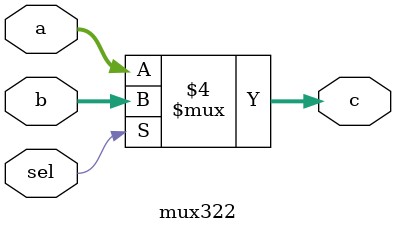
<source format=v>
 module mux322(a, b, c, sel);
    input sel;
    input [31:0] a, b;
    output reg [31:0] c;
    
    always @(sel or a)
    begin
        if(sel == 0)
           c = a;
        else
           c = b;
    end 
 endmodule 

</source>
